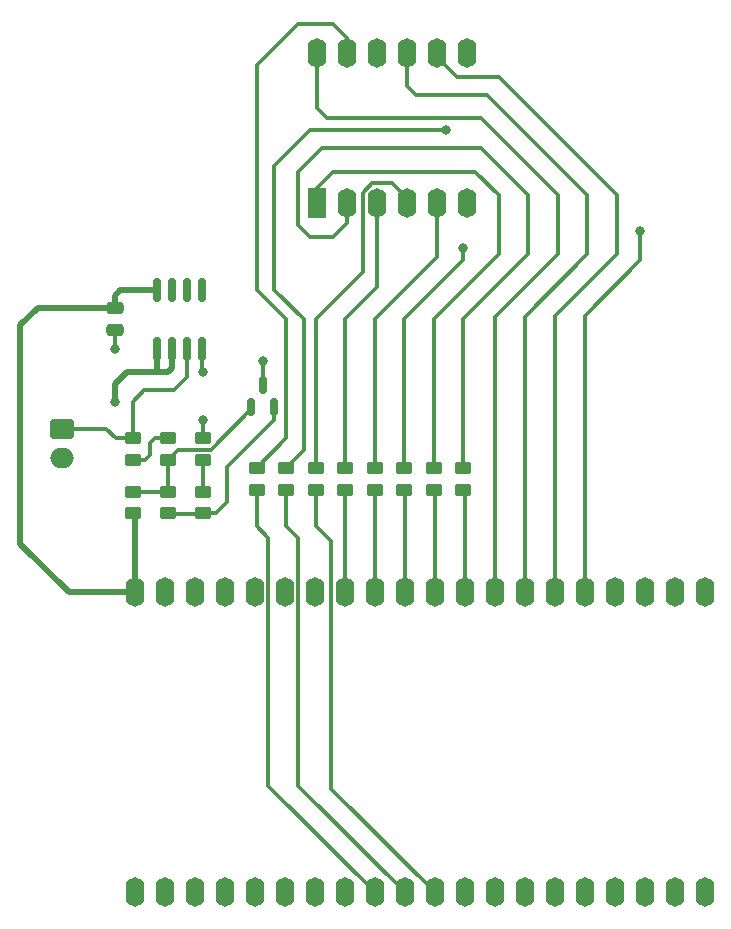
<source format=gtl>
%TF.GenerationSoftware,KiCad,Pcbnew,(6.0.5)*%
%TF.CreationDate,2022-07-14T21:33:15+08:00*%
%TF.ProjectId,thermometer,74686572-6d6f-46d6-9574-65722e6b6963,rev?*%
%TF.SameCoordinates,Original*%
%TF.FileFunction,Copper,L1,Top*%
%TF.FilePolarity,Positive*%
%FSLAX46Y46*%
G04 Gerber Fmt 4.6, Leading zero omitted, Abs format (unit mm)*
G04 Created by KiCad (PCBNEW (6.0.5)) date 2022-07-14 21:33:15*
%MOMM*%
%LPD*%
G01*
G04 APERTURE LIST*
G04 Aperture macros list*
%AMRoundRect*
0 Rectangle with rounded corners*
0 $1 Rounding radius*
0 $2 $3 $4 $5 $6 $7 $8 $9 X,Y pos of 4 corners*
0 Add a 4 corners polygon primitive as box body*
4,1,4,$2,$3,$4,$5,$6,$7,$8,$9,$2,$3,0*
0 Add four circle primitives for the rounded corners*
1,1,$1+$1,$2,$3*
1,1,$1+$1,$4,$5*
1,1,$1+$1,$6,$7*
1,1,$1+$1,$8,$9*
0 Add four rect primitives between the rounded corners*
20,1,$1+$1,$2,$3,$4,$5,0*
20,1,$1+$1,$4,$5,$6,$7,0*
20,1,$1+$1,$6,$7,$8,$9,0*
20,1,$1+$1,$8,$9,$2,$3,0*%
G04 Aperture macros list end*
%TA.AperFunction,SMDPad,CuDef*%
%ADD10RoundRect,0.250000X0.450000X-0.262500X0.450000X0.262500X-0.450000X0.262500X-0.450000X-0.262500X0*%
%TD*%
%TA.AperFunction,ComponentPad*%
%ADD11RoundRect,0.250000X-0.750000X0.600000X-0.750000X-0.600000X0.750000X-0.600000X0.750000X0.600000X0*%
%TD*%
%TA.AperFunction,ComponentPad*%
%ADD12O,2.000000X1.700000*%
%TD*%
%TA.AperFunction,SMDPad,CuDef*%
%ADD13RoundRect,0.250000X-0.450000X0.262500X-0.450000X-0.262500X0.450000X-0.262500X0.450000X0.262500X0*%
%TD*%
%TA.AperFunction,SMDPad,CuDef*%
%ADD14RoundRect,0.250000X-0.475000X0.250000X-0.475000X-0.250000X0.475000X-0.250000X0.475000X0.250000X0*%
%TD*%
%TA.AperFunction,ComponentPad*%
%ADD15R,1.600000X2.500000*%
%TD*%
%TA.AperFunction,ComponentPad*%
%ADD16O,1.600000X2.500000*%
%TD*%
%TA.AperFunction,SMDPad,CuDef*%
%ADD17RoundRect,0.150000X0.150000X-0.825000X0.150000X0.825000X-0.150000X0.825000X-0.150000X-0.825000X0*%
%TD*%
%TA.AperFunction,SMDPad,CuDef*%
%ADD18RoundRect,0.150000X0.150000X-0.587500X0.150000X0.587500X-0.150000X0.587500X-0.150000X-0.587500X0*%
%TD*%
%TA.AperFunction,ViaPad*%
%ADD19C,0.800000*%
%TD*%
%TA.AperFunction,Conductor*%
%ADD20C,0.300000*%
%TD*%
%TA.AperFunction,Conductor*%
%ADD21C,0.500000*%
%TD*%
G04 APERTURE END LIST*
D10*
%TO.P,R11,2*%
%TO.N,Net-(R11-Pad2)*%
X88300000Y-111987500D03*
%TO.P,R11,1*%
%TO.N,/LED_E*%
X88300000Y-113812500D03*
%TD*%
%TO.P,R13,2*%
%TO.N,Net-(R13-Pad2)*%
X83300000Y-111987500D03*
%TO.P,R13,1*%
%TO.N,/LED_G*%
X83300000Y-113812500D03*
%TD*%
D11*
%TO.P,J1,1,Pin_1*%
%TO.N,Net-(J1-Pad1)*%
X56825000Y-108650000D03*
D12*
%TO.P,J1,2,Pin_2*%
%TO.N,GND*%
X56825000Y-111150000D03*
%TD*%
D10*
%TO.P,R12,1*%
%TO.N,/LED_F*%
X85800000Y-113812500D03*
%TO.P,R12,2*%
%TO.N,Net-(R12-Pad2)*%
X85800000Y-111987500D03*
%TD*%
%TO.P,R3,2*%
%TO.N,Net-(R3-Pad2)*%
X68800000Y-113987500D03*
%TO.P,R3,1*%
%TO.N,Net-(R2-Pad2)*%
X68800000Y-115812500D03*
%TD*%
%TO.P,R14,2*%
%TO.N,Net-(R14-Pad2)*%
X80800000Y-111987500D03*
%TO.P,R14,1*%
%TO.N,/LED_DP*%
X80800000Y-113812500D03*
%TD*%
%TO.P,R5,2*%
%TO.N,Net-(R5-Pad2)*%
X65800000Y-109487500D03*
%TO.P,R5,1*%
%TO.N,Net-(R1-Pad1)*%
X65800000Y-111312500D03*
%TD*%
D13*
%TO.P,R1,1*%
%TO.N,Net-(R1-Pad1)*%
X62800000Y-113987500D03*
%TO.P,R1,2*%
%TO.N,+5VA*%
X62800000Y-115812500D03*
%TD*%
D14*
%TO.P,C1,1*%
%TO.N,+5VA*%
X61300000Y-98450000D03*
%TO.P,C1,2*%
%TO.N,GND*%
X61300000Y-100350000D03*
%TD*%
D10*
%TO.P,R4,1*%
%TO.N,Net-(R3-Pad2)*%
X68800000Y-111312500D03*
%TO.P,R4,2*%
%TO.N,GND*%
X68800000Y-109487500D03*
%TD*%
D15*
%TO.P,U4,1,e*%
%TO.N,Net-(R11-Pad2)*%
X78450000Y-89550000D03*
D16*
%TO.P,U4,2,d*%
%TO.N,Net-(R10-Pad2)*%
X80990000Y-89550000D03*
%TO.P,U4,3,DPX*%
%TO.N,Net-(R14-Pad2)*%
X83530000Y-89550000D03*
%TO.P,U4,4,c*%
%TO.N,Net-(R9-Pad2)*%
X86070000Y-89550000D03*
%TO.P,U4,5,g*%
%TO.N,Net-(R13-Pad2)*%
X88610000Y-89550000D03*
%TO.P,U4,6,CC4*%
%TO.N,/LED_CC4*%
X91150000Y-89550000D03*
%TO.P,U4,7,b*%
%TO.N,Net-(R8-Pad2)*%
X91150000Y-76850000D03*
%TO.P,U4,8,CC3*%
%TO.N,/LED_CC3*%
X88610000Y-76850000D03*
%TO.P,U4,9,CC2*%
%TO.N,/LED_CC2*%
X86070000Y-76850000D03*
%TO.P,U4,10,f*%
%TO.N,Net-(R12-Pad2)*%
X83530000Y-76850000D03*
%TO.P,U4,11,a*%
%TO.N,Net-(R7-Pad2)*%
X80990000Y-76850000D03*
%TO.P,U4,12,CC1*%
%TO.N,/LED_CC1*%
X78450000Y-76850000D03*
%TD*%
%TO.P,U1,40,5V*%
%TO.N,+5VA*%
X62980000Y-122500000D03*
%TO.P,U1,39,3V3*%
%TO.N,unconnected-(U1-Pad39)*%
X65520000Y-122500000D03*
%TO.P,U1,38,PC15*%
%TO.N,unconnected-(U1-Pad38)*%
X68060000Y-122500000D03*
%TO.P,U1,37,PC14*%
%TO.N,unconnected-(U1-Pad37)*%
X70600000Y-122500000D03*
%TO.P,U1,36,PC13*%
%TO.N,unconnected-(U1-Pad36)*%
X73140000Y-122500000D03*
%TO.P,U1,35,PB9*%
%TO.N,unconnected-(U1-Pad35)*%
X75680000Y-122500000D03*
%TO.P,U1,34,PB8*%
%TO.N,unconnected-(U1-Pad34)*%
X78220000Y-122500000D03*
%TO.P,U1,33,PB7*%
%TO.N,/LED_DP*%
X80760000Y-122500000D03*
%TO.P,U1,32,PB6*%
%TO.N,/LED_G*%
X83300000Y-122500000D03*
%TO.P,U1,31,PB5*%
%TO.N,/LED_F*%
X85840000Y-122500000D03*
%TO.P,U1,30,PB4*%
%TO.N,/LED_E*%
X88380000Y-122500000D03*
%TO.P,U1,29,PB3*%
%TO.N,/LED_D*%
X90920000Y-122500000D03*
%TO.P,U1,28,PD3*%
%TO.N,/LED_CC1*%
X93460000Y-122500000D03*
%TO.P,U1,27,PD2*%
%TO.N,/LED_CC2*%
X96000000Y-122500000D03*
%TO.P,U1,26,PD1*%
%TO.N,/LED_CC3*%
X98540000Y-122500000D03*
%TO.P,U1,25,PD0*%
%TO.N,/LED_CC4*%
X101080000Y-122500000D03*
%TO.P,U1,24,PA15*%
%TO.N,unconnected-(U1-Pad24)*%
X103620000Y-122500000D03*
%TO.P,U1,23,PA12*%
%TO.N,unconnected-(U1-Pad23)*%
X106160000Y-122500000D03*
%TO.P,U1,22,PA11*%
%TO.N,unconnected-(U1-Pad22)*%
X108700000Y-122500000D03*
%TO.P,U1,21,PC7*%
%TO.N,unconnected-(U1-Pad21)*%
X111240000Y-122500000D03*
%TO.P,U1,20,GND*%
%TO.N,GND*%
X111240000Y-147900000D03*
%TO.P,U1,19,PC6*%
%TO.N,unconnected-(U1-Pad19)*%
X108700000Y-147900000D03*
%TO.P,U1,18,PA8*%
%TO.N,unconnected-(U1-Pad18)*%
X106160000Y-147900000D03*
%TO.P,U1,17,PB15*%
%TO.N,unconnected-(U1-Pad17)*%
X103620000Y-147900000D03*
%TO.P,U1,16,PB14*%
%TO.N,unconnected-(U1-Pad16)*%
X101080000Y-147900000D03*
%TO.P,U1,15,PB13*%
%TO.N,unconnected-(U1-Pad15)*%
X98540000Y-147900000D03*
%TO.P,U1,14,PB12*%
%TO.N,unconnected-(U1-Pad14)*%
X96000000Y-147900000D03*
%TO.P,U1,13,PB11*%
%TO.N,unconnected-(U1-Pad13)*%
X93460000Y-147900000D03*
%TO.P,U1,12,PB10*%
%TO.N,unconnected-(U1-Pad12)*%
X90920000Y-147900000D03*
%TO.P,U1,11,PB2*%
%TO.N,/LED_C*%
X88380000Y-147900000D03*
%TO.P,U1,10,PB1*%
%TO.N,/LED_B*%
X85840000Y-147900000D03*
%TO.P,U1,9,PB0*%
%TO.N,/LED_A*%
X83300000Y-147900000D03*
%TO.P,U1,8,PA7*%
%TO.N,unconnected-(U1-Pad8)*%
X80760000Y-147900000D03*
%TO.P,U1,7,PA6*%
%TO.N,unconnected-(U1-Pad7)*%
X78220000Y-147900000D03*
%TO.P,U1,6,PA5*%
%TO.N,unconnected-(U1-Pad6)*%
X75680000Y-147900000D03*
%TO.P,U1,5,PA4*%
%TO.N,unconnected-(U1-Pad5)*%
X73140000Y-147900000D03*
%TO.P,U1,4,PA3*%
%TO.N,unconnected-(U1-Pad4)*%
X70600000Y-147900000D03*
%TO.P,U1,3,PA2*%
%TO.N,unconnected-(U1-Pad3)*%
X68060000Y-147900000D03*
%TO.P,U1,2,PA1*%
%TO.N,unconnected-(U1-Pad2)*%
X65520000Y-147900000D03*
%TO.P,U1,1,PA0*%
%TO.N,/AOUT*%
X62980000Y-147900000D03*
%TD*%
D10*
%TO.P,R6,1*%
%TO.N,Net-(R5-Pad2)*%
X62800000Y-111312500D03*
%TO.P,R6,2*%
%TO.N,Net-(J1-Pad1)*%
X62800000Y-109487500D03*
%TD*%
%TO.P,R7,1*%
%TO.N,/LED_A*%
X73300000Y-113812500D03*
%TO.P,R7,2*%
%TO.N,Net-(R7-Pad2)*%
X73300000Y-111987500D03*
%TD*%
D17*
%TO.P,U3,8,V+*%
%TO.N,+5VA*%
X64895000Y-96925000D03*
%TO.P,U3,7*%
%TO.N,unconnected-(U3-Pad7)*%
X66165000Y-96925000D03*
%TO.P,U3,6,-*%
%TO.N,unconnected-(U3-Pad6)*%
X67435000Y-96925000D03*
%TO.P,U3,5,+*%
%TO.N,unconnected-(U3-Pad5)*%
X68705000Y-96925000D03*
%TO.P,U3,4,V-*%
%TO.N,GND*%
X68705000Y-101875000D03*
%TO.P,U3,3,+*%
%TO.N,Net-(J1-Pad1)*%
X67435000Y-101875000D03*
%TO.P,U3,2,-*%
%TO.N,/AOUT*%
X66165000Y-101875000D03*
%TO.P,U3,1*%
X64895000Y-101875000D03*
%TD*%
D18*
%TO.P,U2,3,A*%
%TO.N,GND*%
X73800000Y-104962500D03*
%TO.P,U2,2,REF*%
%TO.N,Net-(R2-Pad2)*%
X74750000Y-106837500D03*
%TO.P,U2,1,K*%
%TO.N,Net-(R1-Pad1)*%
X72850000Y-106837500D03*
%TD*%
D10*
%TO.P,R10,2*%
%TO.N,Net-(R10-Pad2)*%
X90800000Y-111987500D03*
%TO.P,R10,1*%
%TO.N,/LED_D*%
X90800000Y-113812500D03*
%TD*%
%TO.P,R8,1*%
%TO.N,/LED_B*%
X75800000Y-113812500D03*
%TO.P,R8,2*%
%TO.N,Net-(R8-Pad2)*%
X75800000Y-111987500D03*
%TD*%
%TO.P,R9,1*%
%TO.N,/LED_C*%
X78300000Y-113812500D03*
%TO.P,R9,2*%
%TO.N,Net-(R9-Pad2)*%
X78300000Y-111987500D03*
%TD*%
D13*
%TO.P,R2,1*%
%TO.N,Net-(R1-Pad1)*%
X65800000Y-113987500D03*
%TO.P,R2,2*%
%TO.N,Net-(R2-Pad2)*%
X65800000Y-115812500D03*
%TD*%
D19*
%TO.N,Net-(R8-Pad2)*%
X89300000Y-83400000D03*
%TO.N,/LED_CC4*%
X105800000Y-91900000D03*
%TO.N,Net-(R12-Pad2)*%
X90800000Y-93400000D03*
%TO.N,GND*%
X73800000Y-102900000D03*
%TO.N,/AOUT*%
X61300000Y-106400000D03*
%TO.N,GND*%
X61300000Y-101900000D03*
X68800000Y-107900000D03*
X68800000Y-103900000D03*
%TD*%
D20*
%TO.N,/LED_C*%
X78300000Y-116868750D02*
X78300000Y-113812500D01*
X79610480Y-139130480D02*
X79610480Y-118179230D01*
X88380000Y-147900000D02*
X79610480Y-139130480D01*
X79610480Y-118179230D02*
X78300000Y-116868750D01*
%TO.N,/LED_B*%
X75800000Y-116900000D02*
X75800000Y-113812500D01*
X76829520Y-138889520D02*
X76829520Y-117929520D01*
X85840000Y-147900000D02*
X76829520Y-138889520D01*
X76829520Y-117929520D02*
X75800000Y-116900000D01*
%TO.N,/LED_A*%
X73300000Y-116900000D02*
X73300000Y-113812500D01*
X74300000Y-117900000D02*
X73300000Y-116900000D01*
X74300000Y-138900000D02*
X74300000Y-117900000D01*
X83300000Y-147900000D02*
X74300000Y-138900000D01*
%TO.N,Net-(R8-Pad2)*%
X77800000Y-83400000D02*
X89300000Y-83400000D01*
X74800000Y-96900000D02*
X74800000Y-86400000D01*
X74800000Y-86400000D02*
X77800000Y-83400000D01*
X77300000Y-99400000D02*
X74800000Y-96900000D01*
X77300000Y-110487500D02*
X77300000Y-99400000D01*
X75800000Y-111987500D02*
X77300000Y-110487500D01*
%TO.N,Net-(R7-Pad2)*%
X79800000Y-74400000D02*
X80990000Y-75590000D01*
X80990000Y-75590000D02*
X80990000Y-76850000D01*
X76800000Y-74400000D02*
X79800000Y-74400000D01*
X73300000Y-77900000D02*
X76800000Y-74400000D01*
X73300000Y-96900000D02*
X73300000Y-77900000D01*
X75800000Y-109487500D02*
X75800000Y-99400000D01*
X75800000Y-99400000D02*
X73300000Y-96900000D01*
X73300000Y-111987500D02*
X75800000Y-109487500D01*
%TO.N,/LED_CC4*%
X105800000Y-94400000D02*
X105800000Y-91900000D01*
X101080000Y-99120000D02*
X105800000Y-94400000D01*
%TO.N,Net-(R10-Pad2)*%
X80990000Y-91210000D02*
X80990000Y-89550000D01*
X79800000Y-92400000D02*
X80990000Y-91210000D01*
X77800000Y-92400000D02*
X79800000Y-92400000D01*
X76800000Y-91400000D02*
X77800000Y-92400000D01*
X96300000Y-88900000D02*
X92300000Y-84900000D01*
X92300000Y-84900000D02*
X78800000Y-84900000D01*
X96300000Y-93900000D02*
X96300000Y-88900000D01*
X90800000Y-99400000D02*
X96300000Y-93900000D01*
X78800000Y-84900000D02*
X76800000Y-86900000D01*
X76800000Y-86900000D02*
X76800000Y-91400000D01*
X90800000Y-111987500D02*
X90800000Y-99400000D01*
D21*
%TO.N,+5VA*%
X57400000Y-122500000D02*
X62980000Y-122500000D01*
X53300000Y-118400000D02*
X57400000Y-122500000D01*
X53300000Y-99900000D02*
X53300000Y-118400000D01*
X54750000Y-98450000D02*
X53300000Y-99900000D01*
X61300000Y-98450000D02*
X54750000Y-98450000D01*
D20*
%TO.N,/LED_CC3*%
X90300000Y-78900000D02*
X88610000Y-77210000D01*
X93800000Y-78900000D02*
X90300000Y-78900000D01*
X103800000Y-93900000D02*
X103800000Y-88900000D01*
X103800000Y-88900000D02*
X93800000Y-78900000D01*
X88610000Y-77210000D02*
X88610000Y-76850000D01*
X98540000Y-99160000D02*
X103800000Y-93900000D01*
X98540000Y-122500000D02*
X98540000Y-99160000D01*
%TO.N,/LED_CC2*%
X86070000Y-79670000D02*
X86070000Y-76850000D01*
X92800000Y-80400000D02*
X86800000Y-80400000D01*
X101300000Y-88900000D02*
X92800000Y-80400000D01*
X101300000Y-93900000D02*
X101300000Y-88900000D01*
X86800000Y-80400000D02*
X86070000Y-79670000D01*
X96000000Y-99200000D02*
X101300000Y-93900000D01*
X96000000Y-122500000D02*
X96000000Y-99200000D01*
%TO.N,/LED_CC1*%
X78450000Y-81550000D02*
X78450000Y-76850000D01*
X92300000Y-82400000D02*
X79300000Y-82400000D01*
X79300000Y-82400000D02*
X78450000Y-81550000D01*
X98800000Y-93900000D02*
X98800000Y-88900000D01*
X93460000Y-99240000D02*
X98800000Y-93900000D01*
X93460000Y-122500000D02*
X93460000Y-99240000D01*
X98800000Y-88900000D02*
X92300000Y-82400000D01*
%TO.N,/LED_CC4*%
X101080000Y-122500000D02*
X101080000Y-99120000D01*
%TO.N,Net-(R12-Pad2)*%
X90800000Y-94400000D02*
X90800000Y-93400000D01*
X85800000Y-99400000D02*
X90800000Y-94400000D01*
X85800000Y-111987500D02*
X85800000Y-99400000D01*
%TO.N,Net-(R11-Pad2)*%
X78450000Y-88250000D02*
X78450000Y-89550000D01*
X79800000Y-86900000D02*
X78450000Y-88250000D01*
X93800000Y-88900000D02*
X91800000Y-86900000D01*
X91800000Y-86900000D02*
X79800000Y-86900000D01*
X93800000Y-93900000D02*
X93800000Y-88900000D01*
X88300000Y-99400000D02*
X93800000Y-93900000D01*
X88300000Y-111987500D02*
X88300000Y-99400000D01*
%TO.N,Net-(R13-Pad2)*%
X83300000Y-99400000D02*
X88610000Y-94090000D01*
X88610000Y-94090000D02*
X88610000Y-89550000D01*
X83300000Y-111987500D02*
X83300000Y-99400000D01*
%TO.N,Net-(R9-Pad2)*%
X86070000Y-89170000D02*
X86070000Y-89550000D01*
X84800000Y-87900000D02*
X86070000Y-89170000D01*
X83104334Y-87900000D02*
X84800000Y-87900000D01*
X82300000Y-88704334D02*
X83104334Y-87900000D01*
X78300000Y-99400000D02*
X82300000Y-95400000D01*
X82300000Y-95400000D02*
X82300000Y-88704334D01*
X78300000Y-111987500D02*
X78300000Y-99400000D01*
%TO.N,GND*%
X73800000Y-104962500D02*
X73800000Y-102900000D01*
%TO.N,Net-(R2-Pad2)*%
X69887500Y-115812500D02*
X68800000Y-115812500D01*
X70800000Y-114900000D02*
X69887500Y-115812500D01*
X70800000Y-111900000D02*
X70800000Y-114900000D01*
X74750000Y-107950000D02*
X70800000Y-111900000D01*
X74750000Y-106837500D02*
X74750000Y-107950000D01*
%TO.N,Net-(R1-Pad1)*%
X69397369Y-110450480D02*
X66662020Y-110450480D01*
X66662020Y-110450480D02*
X65800000Y-111312500D01*
X72850000Y-106997849D02*
X69397369Y-110450480D01*
X72850000Y-106837500D02*
X72850000Y-106997849D01*
X72850000Y-106837500D02*
X72850000Y-107098809D01*
%TO.N,Net-(R14-Pad2)*%
X80800000Y-99400000D02*
X83530000Y-96670000D01*
X83530000Y-96670000D02*
X83530000Y-89550000D01*
X80800000Y-111987500D02*
X80800000Y-99400000D01*
D21*
%TO.N,/AOUT*%
X66165000Y-103535000D02*
X65800000Y-103900000D01*
X65800000Y-103900000D02*
X64800000Y-103900000D01*
X66165000Y-101875000D02*
X66165000Y-103535000D01*
X64895000Y-101875000D02*
X64895000Y-103805000D01*
X64800000Y-103900000D02*
X62300000Y-103900000D01*
X64895000Y-103805000D02*
X64800000Y-103900000D01*
X62300000Y-103900000D02*
X61300000Y-104900000D01*
X61300000Y-104900000D02*
X61300000Y-106400000D01*
D20*
%TO.N,GND*%
X61300000Y-100350000D02*
X61300000Y-101900000D01*
%TO.N,Net-(R5-Pad2)*%
X64712500Y-109487500D02*
X65800000Y-109487500D01*
X64300000Y-109900000D02*
X64712500Y-109487500D01*
X64300000Y-110900000D02*
X64300000Y-109900000D01*
X63887500Y-111312500D02*
X64300000Y-110900000D01*
X62800000Y-111312500D02*
X63887500Y-111312500D01*
%TO.N,Net-(R3-Pad2)*%
X68800000Y-113987500D02*
X68800000Y-111312500D01*
%TO.N,Net-(R1-Pad1)*%
X65800000Y-111312500D02*
X65800000Y-113987500D01*
X62800000Y-113987500D02*
X65800000Y-113987500D01*
%TO.N,Net-(R2-Pad2)*%
X68712500Y-115900000D02*
X68800000Y-115812500D01*
X65800000Y-115812500D02*
X65800000Y-115900000D01*
X65800000Y-115900000D02*
X68712500Y-115900000D01*
%TO.N,GND*%
X68800000Y-109487500D02*
X68800000Y-107900000D01*
D21*
%TO.N,+5VA*%
X62800000Y-115812500D02*
X62980000Y-115992500D01*
X62980000Y-115992500D02*
X62980000Y-122500000D01*
X61300000Y-97400000D02*
X61300000Y-98450000D01*
X61775000Y-96925000D02*
X61300000Y-97400000D01*
X64895000Y-96925000D02*
X61775000Y-96925000D01*
D20*
%TO.N,Net-(J1-Pad1)*%
X67435000Y-104265000D02*
X67435000Y-101875000D01*
X66300000Y-105400000D02*
X67435000Y-104265000D01*
X63800000Y-105400000D02*
X66300000Y-105400000D01*
X62800000Y-106400000D02*
X63800000Y-105400000D01*
X62800000Y-109487500D02*
X62800000Y-106400000D01*
X61387500Y-109487500D02*
X62800000Y-109487500D01*
X60550000Y-108650000D02*
X61387500Y-109487500D01*
X56825000Y-108650000D02*
X60550000Y-108650000D01*
%TO.N,GND*%
X68705000Y-103805000D02*
X68800000Y-103900000D01*
X68705000Y-101875000D02*
X68705000Y-103805000D01*
%TO.N,/LED_D*%
X90920000Y-113932500D02*
X90920000Y-122500000D01*
X90800000Y-113812500D02*
X90920000Y-113932500D01*
%TO.N,/LED_E*%
X88380000Y-113892500D02*
X88380000Y-122500000D01*
X88300000Y-113812500D02*
X88380000Y-113892500D01*
%TO.N,/LED_F*%
X85840000Y-113852500D02*
X85840000Y-122500000D01*
X85800000Y-113812500D02*
X85840000Y-113852500D01*
%TO.N,/LED_G*%
X83300000Y-113812500D02*
X83300000Y-122500000D01*
%TO.N,/LED_DP*%
X80760000Y-113852500D02*
X80760000Y-122500000D01*
X80800000Y-113812500D02*
X80760000Y-113852500D01*
%TD*%
M02*

</source>
